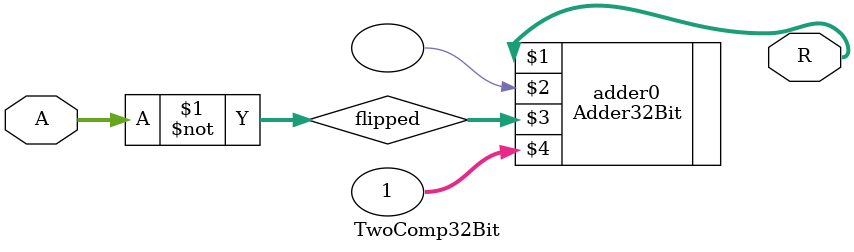
<source format=v>
`include "Adder32Bit.v"

module TwoComp32Bit(
    output [31:0] R,
    input [31:0] A
);
    wire [31:0] flipped;

    not not0 (flipped, A);
    Adder32Bit adder0 (R, , flipped, 32'b1);
endmodule
</source>
